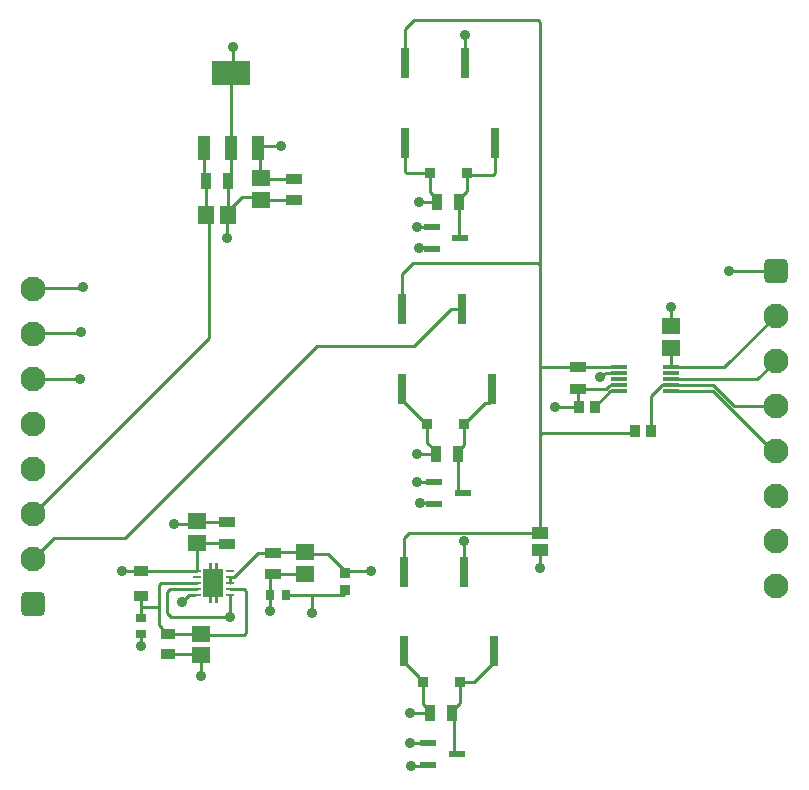
<source format=gtl>
G04*
G04 #@! TF.GenerationSoftware,Altium Limited,Altium Designer,24.9.1 (31)*
G04*
G04 Layer_Physical_Order=1*
G04 Layer_Color=255*
%FSLAX44Y44*%
%MOMM*%
G71*
G04*
G04 #@! TF.SameCoordinates,7BCCF8FC-808F-4AE3-87CD-6E5EF412D55E*
G04*
G04*
G04 #@! TF.FilePolarity,Positive*
G04*
G01*
G75*
%ADD13C,0.2540*%
G04:AMPARAMS|DCode=15|XSize=0.6mm|YSize=0.24mm|CornerRadius=0.0504mm|HoleSize=0mm|Usage=FLASHONLY|Rotation=0.000|XOffset=0mm|YOffset=0mm|HoleType=Round|Shape=RoundedRectangle|*
%AMROUNDEDRECTD15*
21,1,0.6000,0.1392,0,0,0.0*
21,1,0.4992,0.2400,0,0,0.0*
1,1,0.1008,0.2496,-0.0696*
1,1,0.1008,-0.2496,-0.0696*
1,1,0.1008,-0.2496,0.0696*
1,1,0.1008,0.2496,0.0696*
%
%ADD15ROUNDEDRECTD15*%
%ADD16R,1.4000X0.9500*%
%ADD17R,0.9121X0.9581*%
G04:AMPARAMS|DCode=18|XSize=3.25mm|YSize=2.05mm|CornerRadius=0.0513mm|HoleSize=0mm|Usage=FLASHONLY|Rotation=180.000|XOffset=0mm|YOffset=0mm|HoleType=Round|Shape=RoundedRectangle|*
%AMROUNDEDRECTD18*
21,1,3.2500,1.9475,0,0,180.0*
21,1,3.1475,2.0500,0,0,180.0*
1,1,0.1025,-1.5738,0.9738*
1,1,0.1025,1.5738,0.9738*
1,1,0.1025,1.5738,-0.9738*
1,1,0.1025,-1.5738,-0.9738*
%
%ADD18ROUNDEDRECTD18*%
G04:AMPARAMS|DCode=19|XSize=1mm|YSize=2.05mm|CornerRadius=0.05mm|HoleSize=0mm|Usage=FLASHONLY|Rotation=180.000|XOffset=0mm|YOffset=0mm|HoleType=Round|Shape=RoundedRectangle|*
%AMROUNDEDRECTD19*
21,1,1.0000,1.9500,0,0,180.0*
21,1,0.9000,2.0500,0,0,180.0*
1,1,0.1000,-0.4500,0.9750*
1,1,0.1000,0.4500,0.9750*
1,1,0.1000,0.4500,-0.9750*
1,1,0.1000,-0.4500,-0.9750*
%
%ADD19ROUNDEDRECTD19*%
%ADD20R,1.4546X1.5562*%
%ADD21R,1.5562X1.4546*%
%ADD22R,1.3500X0.6000*%
%ADD23R,0.8000X2.6600*%
%ADD24R,0.7556X0.8121*%
%ADD25R,1.4500X0.3000*%
%ADD26R,0.9000X1.0500*%
%ADD27R,0.9500X1.4000*%
%ADD28R,0.9000X0.9500*%
%ADD29R,1.2000X0.9000*%
%ADD30R,0.8121X0.7556*%
%ADD31R,1.3082X0.8065*%
%ADD32R,1.3562X1.0546*%
%ADD33C,1.4850*%
%ADD42C,0.5080*%
%ADD43C,2.1000*%
G04:AMPARAMS|DCode=44|XSize=2.1mm|YSize=2.1mm|CornerRadius=0.525mm|HoleSize=0mm|Usage=FLASHONLY|Rotation=90.000|XOffset=0mm|YOffset=0mm|HoleType=Round|Shape=RoundedRectangle|*
%AMROUNDEDRECTD44*
21,1,2.1000,1.0500,0,0,90.0*
21,1,1.0500,2.1000,0,0,90.0*
1,1,1.0500,0.5250,0.5250*
1,1,1.0500,0.5250,-0.5250*
1,1,1.0500,-0.5250,-0.5250*
1,1,1.0500,-0.5250,0.5250*
%
%ADD44ROUNDEDRECTD44*%
%ADD45C,0.8890*%
G36*
X285810Y186120D02*
X285810Y181620D01*
X285810Y181521D01*
X285886Y181337D01*
X286027Y181196D01*
X286210Y181120D01*
X286310Y181120D01*
D01*
X287810Y181120D01*
X287910Y181120D01*
X288093Y181196D01*
X288234Y181337D01*
X288310Y181521D01*
X288310Y181620D01*
Y181620D01*
Y186120D01*
X290810D01*
Y181620D01*
X290810Y181521D01*
X290886Y181337D01*
X291027Y181196D01*
X291210Y181120D01*
X291310Y181120D01*
X291310D01*
X292810Y181120D01*
X292909Y181120D01*
X293093Y181196D01*
X293234Y181337D01*
X293310Y181521D01*
X293310Y181620D01*
X293310Y181620D01*
Y186120D01*
X297310D01*
X297409Y186120D01*
X297593Y186196D01*
X297734Y186337D01*
X297810Y186521D01*
X297810Y186620D01*
X297810D01*
X297810Y209620D01*
Y209719D01*
X297734Y209903D01*
X297593Y210044D01*
X297409Y210120D01*
X297310D01*
Y210120D01*
X293310D01*
X293310Y214620D01*
Y214719D01*
X293234Y214903D01*
X293093Y215044D01*
X292909Y215120D01*
X292810D01*
X292810Y215120D01*
X291310D01*
X291210Y215120D01*
X291027Y215044D01*
X290886Y214903D01*
X290810Y214720D01*
X290810Y214620D01*
D01*
X290810Y210120D01*
X288310D01*
X288310Y214620D01*
Y214719D01*
X288234Y214903D01*
X288093Y215044D01*
X287909Y215120D01*
X287810D01*
Y215120D01*
X286310D01*
X286210Y215120D01*
X286027Y215044D01*
X285886Y214903D01*
X285810Y214720D01*
X285810Y214620D01*
D01*
X285810Y210120D01*
X281810Y210120D01*
X281710Y210120D01*
X281527Y210044D01*
X281386Y209903D01*
X281310Y209719D01*
X281310Y209620D01*
Y209620D01*
Y186620D01*
X281310Y186521D01*
X281386Y186337D01*
X281527Y186196D01*
X281710Y186120D01*
X281810Y186120D01*
D01*
D01*
X285810D01*
D02*
G37*
D13*
X227880Y208280D02*
Y210530D01*
X212090Y208280D02*
X226470D01*
X763414Y309880D02*
X765810D01*
X676910Y360680D02*
X712614D01*
X763414Y309880D01*
X275590Y231680D02*
X300450D01*
X300990Y231140D01*
X275590Y250196D02*
X276146Y249640D01*
X300990D01*
X660400Y356512D02*
X669338Y365450D01*
X676680D01*
X676910Y365680D01*
X660400Y326390D02*
Y356512D01*
X676910Y365680D02*
X713002D01*
X730702Y347980D01*
X765810D01*
X750410Y370680D02*
X765810Y386080D01*
X676910Y370680D02*
X750410D01*
X676910Y396782D02*
Y396790D01*
Y380680D02*
Y396782D01*
Y380680D02*
X722310D01*
X765810Y424180D01*
X283750Y509270D02*
X285750Y507270D01*
Y405130D02*
Y507270D01*
X351326Y187960D02*
X400050D01*
X401810Y208280D02*
X422910D01*
X493620Y53340D02*
Y85500D01*
X491490Y87630D02*
X493620Y85500D01*
X491490Y87630D02*
Y89880D01*
X214630Y236220D02*
X377190Y398780D01*
X154940Y236220D02*
X214630D01*
X377190Y398780D02*
X459740D01*
X137160Y218440D02*
X154940Y236220D01*
X256540Y247650D02*
X270920D01*
X373380Y172720D02*
Y187100D01*
X339090Y224240D02*
X365040D01*
X386820Y222250D02*
X400300Y208770D01*
X367030Y222250D02*
X386820D01*
X365040Y224240D02*
X367030Y222250D01*
X339090Y205740D02*
X365036D01*
X327660Y223520D02*
X338370D01*
X337660Y188120D02*
X337820Y187960D01*
X338370Y223520D02*
X339090Y224240D01*
X337820Y204470D02*
X339090Y205740D01*
X337820Y187960D02*
Y204470D01*
X400300Y208770D02*
X401320D01*
X400050Y187960D02*
X401320Y189230D01*
X365036Y205740D02*
X367030Y207734D01*
X401320Y208770D02*
X401810Y208280D01*
X337820Y173990D02*
Y187960D01*
X307330Y203190D02*
X327660Y223520D01*
X279400Y154308D02*
X316012D01*
X303560Y193120D02*
X316012D01*
Y154308D02*
X317500Y155796D01*
Y191632D01*
X316012Y193120D02*
X317500Y191632D01*
X254218Y168910D02*
X303530D01*
X303545Y168925D02*
Y188050D01*
X303530Y168910D02*
X303545Y168925D01*
X250190Y172938D02*
X254218Y168910D01*
X250190Y172938D02*
Y190500D01*
X252810Y193120D01*
X275560D01*
X268750Y188120D02*
X273830D01*
X262890Y182260D02*
X268750Y188120D01*
X262890Y181610D02*
Y182260D01*
X246189Y157321D02*
X248951Y154559D01*
X279149D01*
X243840Y162179D02*
X246189Y159830D01*
X243840Y162179D02*
Y178095D01*
X246189Y157321D02*
Y159830D01*
X228600Y178095D02*
X243840D01*
X245328Y198120D02*
X275560D01*
X243840Y196632D02*
X245328Y198120D01*
X243840Y178095D02*
Y196632D01*
X566420Y381000D02*
Y467142D01*
Y323632D02*
Y381000D01*
X598170D01*
X726440Y462280D02*
X765810D01*
X459740Y398780D02*
X490900Y429940D01*
X500380D01*
X303560Y203120D02*
X303630Y203190D01*
X307330D01*
X462280Y307340D02*
X476660D01*
X455930Y62230D02*
X470310D01*
X462280Y283210D02*
X476660D01*
X462585Y499415D02*
X475085D01*
X462280Y499110D02*
X462585Y499415D01*
X475085D02*
X475390Y499110D01*
X144370Y447040D02*
X145005Y447675D01*
X178435D02*
X179070Y448310D01*
X145005Y447675D02*
X178435D01*
X145640Y409528D02*
X145687Y409575D01*
X177165D02*
X177800Y410210D01*
X145640Y408940D02*
Y409528D01*
X145687Y409575D02*
X177165D01*
X137160Y256540D02*
X285750Y405130D01*
X300990Y490220D02*
Y511172D01*
X283760Y511260D02*
Y538480D01*
X510610Y114550D02*
X527050Y130990D01*
X498350Y114550D02*
X510610D01*
X457530Y43510D02*
X473790D01*
X474120Y43180D01*
X457200D02*
X457530Y43510D01*
X143100Y370840D02*
X176530D01*
X502920Y647290D02*
Y661670D01*
X332330Y567690D02*
X346710D01*
X452120Y638220D02*
Y666750D01*
X459740Y674370D01*
X564932D01*
X566420Y467142D02*
Y672882D01*
X564932Y674370D02*
X566420Y672882D01*
X458470Y468630D02*
X564932D01*
X566420Y467142D01*
X449580Y459740D02*
X458470Y468630D01*
X449580Y429940D02*
Y459740D01*
X227100Y208280D02*
X228600D01*
X463550Y520700D02*
X477930D01*
X455930Y87630D02*
X472990D01*
X618280Y372110D02*
X621850Y375680D01*
X617220Y372110D02*
X618280D01*
X621850Y375680D02*
X632910D01*
X598170Y362500D02*
X622192D01*
X624412Y364720D01*
X625230D01*
X632680Y365450D02*
X632910Y365680D01*
X625230Y364720D02*
X625960Y365450D01*
X632680D01*
X463550Y481330D02*
X477930D01*
X464820Y265430D02*
X479200D01*
X625530Y360450D02*
X632680D01*
X612540Y347460D02*
X625530Y360450D01*
X579120Y346710D02*
X598170D01*
X645630Y325120D02*
X646900Y326390D01*
X566420Y323632D02*
X567908Y325120D01*
X566420Y240576D02*
Y323632D01*
X567908Y325120D02*
X645630D01*
X612540Y346710D02*
Y347460D01*
X632680Y360450D02*
X632910Y360680D01*
X598170Y347580D02*
X599040Y346710D01*
X598170Y347580D02*
Y362500D01*
X598490Y380680D02*
X632910D01*
X598170Y381000D02*
X598490Y380680D01*
X676910Y417420D02*
Y431800D01*
X504700Y529810D02*
Y544830D01*
X304800Y634590D02*
X306070Y635860D01*
Y651510D01*
X275560Y208120D02*
Y226030D01*
Y233650D02*
X275590Y233680D01*
X497840Y491490D02*
Y520700D01*
X496570Y490220D02*
X497840Y491490D01*
Y522950D02*
X504700Y529810D01*
X497840Y520700D02*
Y522950D01*
X473200Y529090D02*
X479340Y522950D01*
X473200Y529090D02*
Y544830D01*
X479340Y520700D02*
Y522950D01*
X528320Y545048D02*
Y570820D01*
X504700Y544830D02*
X505970Y543560D01*
X526832D02*
X528320Y545048D01*
X505970Y543560D02*
X526832D01*
X452120Y546318D02*
Y570820D01*
X453608Y544830D02*
X472950D01*
X452120Y546318D02*
X453608Y544830D01*
X496570Y275850D02*
Y307340D01*
Y275850D02*
X498100Y274320D01*
X498700D01*
X502160Y315180D02*
Y332740D01*
X496570Y309590D02*
X502160Y315180D01*
X496570Y307340D02*
Y309590D01*
X470660Y317000D02*
X478070Y309590D01*
Y307340D02*
Y309590D01*
X470660Y317000D02*
Y332740D01*
X502160Y332990D02*
X519680Y350510D01*
X523050D01*
X525780Y353240D02*
Y362540D01*
X502160Y332740D02*
Y332990D01*
X523050Y350510D02*
X525780Y353240D01*
X449580D02*
X466600Y336220D01*
X467430D01*
X470660Y332740D02*
Y332990D01*
X449580Y353240D02*
Y362540D01*
X467430Y336220D02*
X470660Y332990D01*
X566420Y210820D02*
Y226060D01*
X501650Y207690D02*
Y233591D01*
X455206Y240576D02*
X566420D01*
X450850Y236220D02*
X455206Y240576D01*
X450850Y207690D02*
Y236220D01*
X228600Y154537D02*
X228725Y154412D01*
X228399Y154739D02*
X228600Y154537D01*
X228725Y144655D02*
Y154412D01*
X279400Y119380D02*
Y137792D01*
X331644Y540470D02*
X358140D01*
X330200Y539026D02*
X331644Y540470D01*
X329070Y540156D02*
Y566420D01*
Y540156D02*
X330200Y539026D01*
Y524510D02*
X332740Y521970D01*
X358140D01*
X302260Y512772D02*
X313998Y524510D01*
X301263Y511775D02*
X302260Y512772D01*
Y538480D01*
X315268Y524510D02*
X330200D01*
X302260Y538480D02*
X304800Y541020D01*
Y566420D01*
X281800Y540440D02*
Y566420D01*
Y540440D02*
X283760Y538480D01*
X304800Y566420D02*
Y629920D01*
X466850Y96020D02*
X472990Y89880D01*
Y87630D02*
Y89880D01*
X466850Y96020D02*
Y114300D01*
X498350Y96740D02*
Y114300D01*
X491490Y89880D02*
X498350Y96740D01*
X527050Y130990D02*
Y140290D01*
X450850Y130990D02*
X463620Y118220D01*
X450850Y130990D02*
Y140290D01*
X463620Y117530D02*
Y118220D01*
Y117530D02*
X466850Y114300D01*
X279149Y154559D02*
X279400Y154308D01*
X231140Y208620D02*
X231640Y208120D01*
X275560D01*
X228600Y168043D02*
Y178095D01*
Y187280D01*
X303560Y198120D02*
Y203120D01*
X279149Y137541D02*
X279400Y137792D01*
X251460Y137541D02*
X279149D01*
D15*
X303560Y208120D02*
D03*
Y203120D02*
D03*
Y198120D02*
D03*
Y193120D02*
D03*
Y188120D02*
D03*
X275560D02*
D03*
Y193120D02*
D03*
Y198120D02*
D03*
Y203120D02*
D03*
Y208120D02*
D03*
D16*
X300990Y231140D02*
D03*
Y249640D02*
D03*
X340360Y205380D02*
D03*
Y223880D02*
D03*
X598170Y362500D02*
D03*
Y381000D02*
D03*
X358140Y521970D02*
D03*
Y540470D02*
D03*
D17*
X401320Y206270D02*
D03*
Y191730D02*
D03*
D18*
X304800Y629920D02*
D03*
D19*
X327800Y566420D02*
D03*
X304800D02*
D03*
X281800D02*
D03*
D20*
X302266Y509270D02*
D03*
X283750D02*
D03*
D21*
X367030Y205734D02*
D03*
Y224250D02*
D03*
X275590Y231680D02*
D03*
Y250196D02*
D03*
X330200Y522510D02*
D03*
Y541026D02*
D03*
X279400Y136792D02*
D03*
Y155308D02*
D03*
X676910Y396782D02*
D03*
Y415298D02*
D03*
D22*
X498820Y490220D02*
D03*
X474820Y480720D02*
D03*
Y499720D02*
D03*
X500950Y274320D02*
D03*
X476950Y264820D02*
D03*
Y283820D02*
D03*
X495870Y53340D02*
D03*
X471870Y43840D02*
D03*
Y62840D02*
D03*
D23*
X501650Y207690D02*
D03*
X527050Y140290D02*
D03*
X450850D02*
D03*
Y207690D02*
D03*
X500380Y429940D02*
D03*
X525780Y362540D02*
D03*
X449580D02*
D03*
Y429940D02*
D03*
X502920Y638220D02*
D03*
X528320Y570820D02*
D03*
X452120D02*
D03*
Y638220D02*
D03*
D24*
X337820Y187960D02*
D03*
X351326D02*
D03*
D25*
X676910Y360680D02*
D03*
Y365680D02*
D03*
Y370680D02*
D03*
Y380680D02*
D03*
Y375680D02*
D03*
X632910Y360680D02*
D03*
Y365680D02*
D03*
Y370680D02*
D03*
Y380680D02*
D03*
Y375680D02*
D03*
D26*
X646900Y326390D02*
D03*
X660400D02*
D03*
X599040Y346710D02*
D03*
X612540D02*
D03*
D27*
X497840Y520700D02*
D03*
X479340D02*
D03*
X496570Y307340D02*
D03*
X478070D02*
D03*
X491490Y87630D02*
D03*
X472990D02*
D03*
X302260Y538480D02*
D03*
X283760D02*
D03*
D28*
X504700Y544830D02*
D03*
X473200Y544830D02*
D03*
X502160Y332740D02*
D03*
X470660Y332740D02*
D03*
X498350Y114300D02*
D03*
X466850Y114300D02*
D03*
D29*
X228600Y208280D02*
D03*
Y187280D02*
D03*
D30*
Y168043D02*
D03*
Y154537D02*
D03*
D31*
X251460Y154559D02*
D03*
Y137541D02*
D03*
D32*
X566420Y226060D02*
D03*
Y240576D02*
D03*
D33*
X289560Y198120D02*
D03*
D42*
X295310D02*
D03*
X283810D02*
D03*
X289560Y188620D02*
D03*
Y207620D02*
D03*
D43*
X137160Y447040D02*
D03*
Y408940D02*
D03*
Y370840D02*
D03*
Y256540D02*
D03*
Y218440D02*
D03*
Y294640D02*
D03*
Y332740D02*
D03*
X765810Y195580D02*
D03*
Y233680D02*
D03*
Y271780D02*
D03*
Y386080D02*
D03*
Y424180D02*
D03*
Y347980D02*
D03*
Y309880D02*
D03*
D44*
X137160Y180340D02*
D03*
X765810Y462280D02*
D03*
D45*
X212090Y208280D02*
D03*
X422910D02*
D03*
X256540Y247650D02*
D03*
X373380Y172720D02*
D03*
X337820Y173990D02*
D03*
X303530Y168910D02*
D03*
X262890Y181610D02*
D03*
X462280Y307340D02*
D03*
X455930Y62230D02*
D03*
X462280Y283210D02*
D03*
Y499110D02*
D03*
X179070Y448310D02*
D03*
X177800Y410210D02*
D03*
X300990Y490220D02*
D03*
X457200Y43180D02*
D03*
X176530Y370840D02*
D03*
X502920Y661670D02*
D03*
X346710Y567690D02*
D03*
X463550Y520700D02*
D03*
X455930Y87630D02*
D03*
X726440Y462280D02*
D03*
X617220Y372110D02*
D03*
X579120Y346710D02*
D03*
X676910Y431800D02*
D03*
X306070Y651510D02*
D03*
X463550Y481330D02*
D03*
X464820Y265430D02*
D03*
X566420Y210820D02*
D03*
X501650Y233591D02*
D03*
X228524Y144453D02*
D03*
X279400Y119380D02*
D03*
M02*

</source>
